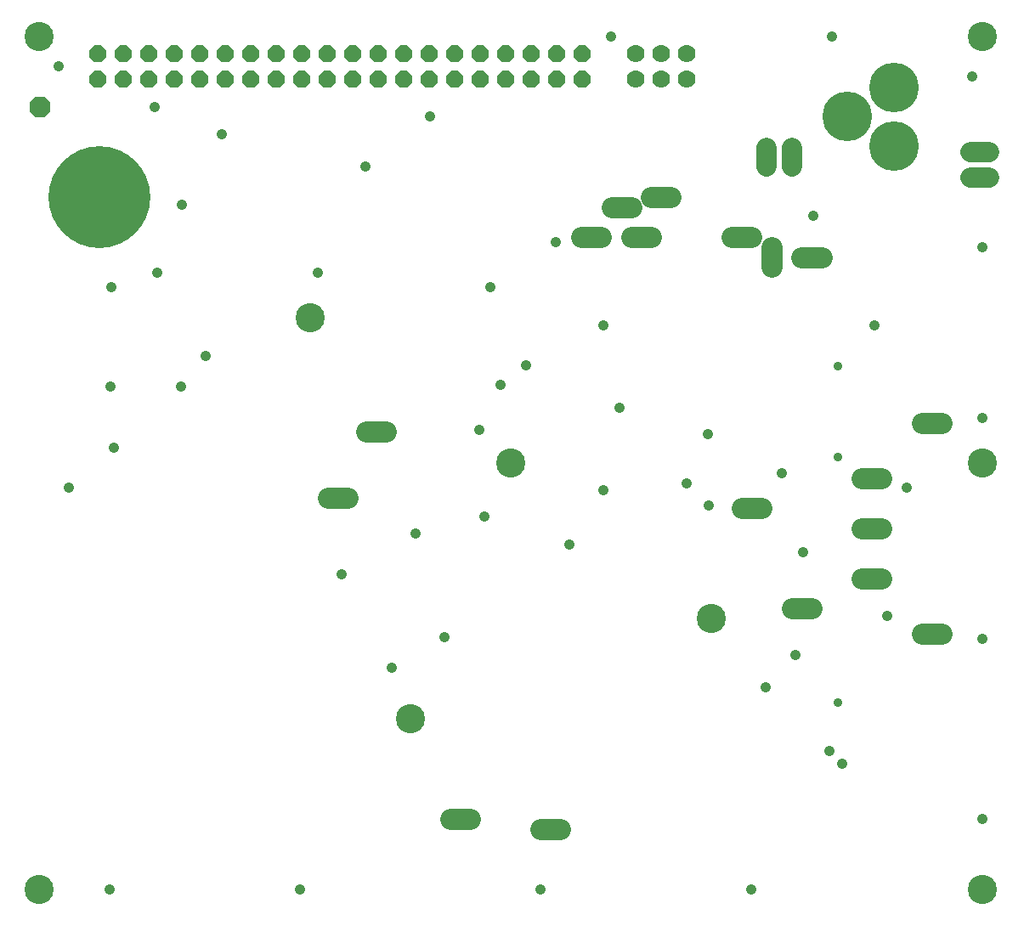
<source format=gbs>
G75*
%MOIN*%
%OFA0B0*%
%FSLAX24Y24*%
%IPPOS*%
%LPD*%
%AMOC8*
5,1,8,0,0,1.08239X$1,22.5*
%
%ADD10C,0.1143*%
%ADD11C,0.1950*%
%ADD12C,0.0700*%
%ADD13C,0.3997*%
%ADD14OC8,0.0820*%
%ADD15C,0.0800*%
%ADD16C,0.0828*%
%ADD17OC8,0.0660*%
%ADD18C,0.0414*%
%ADD19C,0.0357*%
D10*
X001401Y002487D03*
X015968Y009180D03*
X019905Y019219D03*
X027779Y013117D03*
X038409Y019219D03*
X038409Y002487D03*
X012031Y024928D03*
X001401Y035952D03*
X038409Y035952D03*
D11*
X034954Y033958D03*
X033104Y032816D03*
X034954Y031635D03*
D12*
X026811Y034271D03*
X026811Y035271D03*
X025811Y035271D03*
X024811Y035271D03*
X024811Y034271D03*
X025811Y034271D03*
D13*
X003763Y029653D03*
D14*
X001450Y033176D03*
D15*
X029929Y031597D02*
X029929Y030857D01*
X030929Y030857D02*
X030929Y031597D01*
X037941Y031424D02*
X038681Y031424D01*
X038681Y030424D02*
X037941Y030424D01*
D16*
X032090Y027290D02*
X031322Y027290D01*
X030141Y026916D02*
X030141Y027684D01*
X029354Y028078D02*
X028586Y028078D01*
X026185Y029653D02*
X025417Y029653D01*
X024629Y029259D02*
X023862Y029259D01*
X023448Y028078D02*
X022681Y028078D01*
X024629Y028078D02*
X025397Y028078D01*
X015003Y020440D02*
X014236Y020440D01*
X013507Y017842D02*
X012740Y017842D01*
X017543Y005243D02*
X018311Y005243D01*
X021086Y004849D02*
X021854Y004849D01*
X030929Y013511D02*
X031696Y013511D01*
X033685Y014692D02*
X034452Y014692D01*
X034452Y016660D02*
X033685Y016660D01*
X033685Y018629D02*
X034452Y018629D01*
X036047Y020794D02*
X036814Y020794D01*
X029728Y017448D02*
X028960Y017448D01*
X036047Y012527D02*
X036814Y012527D01*
D17*
X022712Y034271D03*
X022712Y035271D03*
X021712Y035271D03*
X020712Y035271D03*
X019712Y035271D03*
X018712Y035271D03*
X017712Y035271D03*
X016712Y035271D03*
X015712Y035271D03*
X014712Y035271D03*
X013712Y035271D03*
X012712Y035271D03*
X011712Y035271D03*
X010712Y035271D03*
X009712Y035271D03*
X008712Y035271D03*
X007712Y035271D03*
X006712Y035271D03*
X005712Y035271D03*
X004712Y035271D03*
X003712Y035271D03*
X003712Y034271D03*
X004712Y034271D03*
X005712Y034271D03*
X006712Y034271D03*
X007712Y034271D03*
X008712Y034271D03*
X009712Y034271D03*
X010712Y034271D03*
X011712Y034271D03*
X012712Y034271D03*
X013712Y034271D03*
X014712Y034271D03*
X015712Y034271D03*
X016712Y034271D03*
X017712Y034271D03*
X018712Y034271D03*
X019712Y034271D03*
X020712Y034271D03*
X021712Y034271D03*
D18*
X023842Y035952D03*
X016755Y032802D03*
X014196Y030834D03*
X012326Y026700D03*
X007946Y023403D03*
X006962Y022221D03*
X004206Y022221D03*
X004354Y019810D03*
X002582Y018235D03*
X004255Y026109D03*
X006027Y026700D03*
X007011Y029357D03*
X008586Y032113D03*
X005929Y033196D03*
X002189Y034771D03*
X018675Y020524D03*
X019511Y022271D03*
X020496Y023058D03*
X019118Y026109D03*
X021677Y027881D03*
X023547Y024633D03*
X024187Y021385D03*
X026795Y018432D03*
X027681Y017546D03*
X030535Y018826D03*
X027631Y020351D03*
X023547Y018137D03*
X022218Y016021D03*
X018872Y017103D03*
X016165Y016464D03*
X013261Y014840D03*
X015230Y011198D03*
X017297Y012379D03*
X021086Y002487D03*
X029354Y002487D03*
X032897Y007408D03*
X032405Y007901D03*
X029895Y010410D03*
X031076Y011690D03*
X034669Y013216D03*
X031372Y015725D03*
X035456Y018235D03*
X038409Y020991D03*
X034177Y024633D03*
X038409Y027684D03*
X031765Y028914D03*
X038015Y034377D03*
X032503Y035952D03*
X038409Y012330D03*
X038409Y005243D03*
X011637Y002487D03*
X004157Y002487D03*
D19*
X032750Y009820D03*
X032750Y019466D03*
X032750Y023009D03*
M02*

</source>
